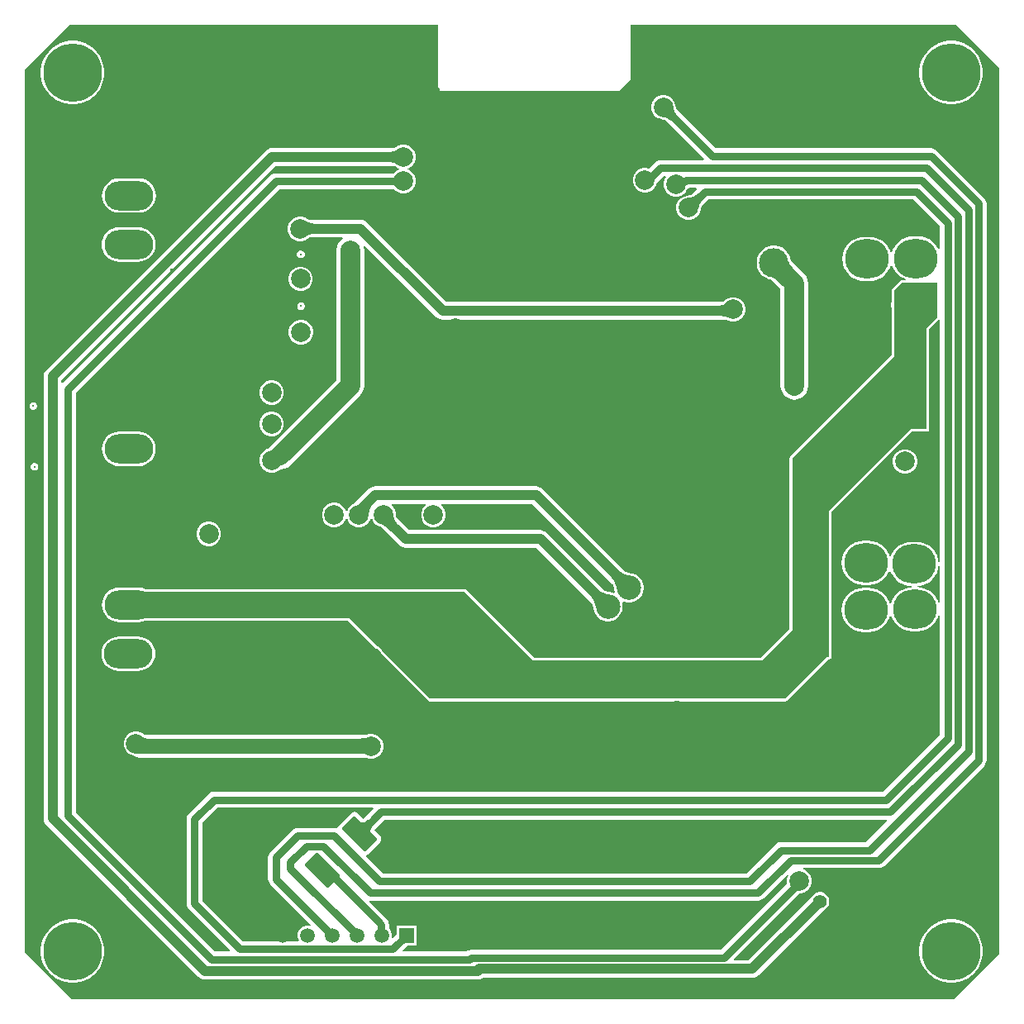
<source format=gbl>
G04*
G04 #@! TF.GenerationSoftware,Altium Limited,Altium Designer,22.9.1 (49)*
G04*
G04 Layer_Physical_Order=2*
G04 Layer_Color=16711680*
%FSLAX25Y25*%
%MOIN*%
G70*
G04*
G04 #@! TF.SameCoordinates,F91FD0B8-2741-413C-87D7-DF85A8DA950D*
G04*
G04*
G04 #@! TF.FilePolarity,Positive*
G04*
G01*
G75*
%ADD92C,0.03150*%
%ADD96C,0.03937*%
%ADD98C,0.05906*%
%ADD100C,0.07874*%
%ADD102C,0.07874*%
%ADD103R,0.05906X0.05906*%
%ADD104C,0.05906*%
%ADD105C,0.01575*%
%ADD106O,0.19685X0.11811*%
%ADD107O,0.17717X0.15748*%
%ADD108C,0.01181*%
%ADD109C,0.05512*%
%ADD110C,0.23622*%
%ADD111C,0.03937*%
%ADD112C,0.11811*%
%ADD113C,0.09843*%
G04:AMPARAMS|DCode=114|XSize=74.8mil|YSize=132.68mil|CornerRadius=2.62mil|HoleSize=0mil|Usage=FLASHONLY|Rotation=45.000|XOffset=0mil|YOffset=0mil|HoleType=Round|Shape=RoundedRectangle|*
%AMROUNDEDRECTD114*
21,1,0.07480,0.12744,0,0,45.0*
21,1,0.06957,0.13268,0,0,45.0*
1,1,0.00524,0.06965,-0.02046*
1,1,0.00524,0.02046,-0.06965*
1,1,0.00524,-0.06965,0.02046*
1,1,0.00524,-0.02046,0.06965*
%
%ADD114ROUNDEDRECTD114*%
G36*
X18768Y393394D02*
X167173D01*
Y367929D01*
X167654Y367448D01*
X167725Y367090D01*
X167946Y366759D01*
X168277Y366538D01*
X168667Y366461D01*
X239533D01*
X239924Y366538D01*
X239931Y366543D01*
X240563D01*
Y367083D01*
X244598Y371118D01*
Y393394D01*
X375969D01*
X393488Y375874D01*
X393339Y375724D01*
Y18488D01*
X374969Y118D01*
X374874Y213D01*
X19126D01*
Y354D01*
X236Y19244D01*
X520Y19528D01*
Y375366D01*
X524Y375394D01*
X18646Y393516D01*
X18768Y393394D01*
D02*
G37*
%LPC*%
G36*
X375024Y386827D02*
X373007D01*
X371016Y386511D01*
X369098Y385888D01*
X367301Y384973D01*
X365670Y383787D01*
X364244Y382362D01*
X363059Y380730D01*
X362143Y378934D01*
X361520Y377016D01*
X361205Y375024D01*
Y373007D01*
X361520Y371016D01*
X362143Y369098D01*
X363059Y367301D01*
X364244Y365670D01*
X365670Y364244D01*
X367301Y363059D01*
X369098Y362143D01*
X371016Y361520D01*
X373007Y361205D01*
X375024D01*
X377016Y361520D01*
X378934Y362143D01*
X380730Y363059D01*
X382362Y364244D01*
X383787Y365670D01*
X384973Y367301D01*
X385888Y369098D01*
X386511Y371016D01*
X386827Y373007D01*
Y375024D01*
X386511Y377016D01*
X385888Y378934D01*
X384973Y380730D01*
X383787Y382362D01*
X382362Y383787D01*
X380730Y384973D01*
X378934Y385888D01*
X377016Y386511D01*
X375024Y386827D01*
D02*
G37*
G36*
X20693D02*
X18677D01*
X16685Y386511D01*
X14767Y385888D01*
X12971Y384973D01*
X11339Y383787D01*
X9913Y382362D01*
X8728Y380730D01*
X7813Y378934D01*
X7190Y377016D01*
X6874Y375024D01*
Y373007D01*
X7190Y371016D01*
X7813Y369098D01*
X8728Y367301D01*
X9913Y365670D01*
X11339Y364244D01*
X12971Y363059D01*
X14767Y362143D01*
X16685Y361520D01*
X18677Y361205D01*
X20693D01*
X22685Y361520D01*
X24603Y362143D01*
X26399Y363059D01*
X28031Y364244D01*
X29457Y365670D01*
X30642Y367301D01*
X31558Y369098D01*
X32181Y371016D01*
X32496Y373007D01*
Y375024D01*
X32181Y377016D01*
X31558Y378934D01*
X30642Y380730D01*
X29457Y382362D01*
X28031Y383787D01*
X26399Y384973D01*
X24603Y385888D01*
X22685Y386511D01*
X20693Y386827D01*
D02*
G37*
G36*
X258583Y365000D02*
X257283D01*
X256028Y364664D01*
X254902Y364014D01*
X253982Y363094D01*
X253332Y361969D01*
X252996Y360713D01*
Y359413D01*
X253332Y358157D01*
X253982Y357032D01*
X254902Y356112D01*
X256028Y355462D01*
X257283Y355126D01*
X257411D01*
X257695Y355078D01*
X258125Y354981D01*
X258535Y354862D01*
X258701Y354802D01*
X274333Y339170D01*
X274142Y338708D01*
X256807D01*
X255985Y338600D01*
X255219Y338283D01*
X254561Y337778D01*
X252089Y335306D01*
X251217Y335539D01*
X249917D01*
X248661Y335203D01*
X247535Y334553D01*
X246616Y333634D01*
X245966Y332508D01*
X245630Y331252D01*
Y329952D01*
X245966Y328697D01*
X246616Y327571D01*
X247535Y326652D01*
X248661Y326002D01*
X249917Y325665D01*
X251217D01*
X252472Y326002D01*
X253598Y326652D01*
X254518Y327571D01*
X255168Y328697D01*
X255437Y329701D01*
X256304Y330568D01*
X256444Y330676D01*
X258123Y332355D01*
X258710D01*
X258960Y331855D01*
X258423Y330925D01*
X258087Y329670D01*
Y328370D01*
X258423Y327114D01*
X259073Y325988D01*
X259992Y325069D01*
X261118Y324419D01*
X262374Y324083D01*
X263674D01*
X264929Y324419D01*
X266055Y325069D01*
X266974Y325988D01*
X267546Y326978D01*
X268015Y327172D01*
X268509Y327552D01*
X271079D01*
X271270Y327090D01*
X268914Y324733D01*
X268747Y324673D01*
X268338Y324555D01*
X267907Y324457D01*
X267624Y324410D01*
X267496D01*
X266240Y324073D01*
X265114Y323423D01*
X264195Y322504D01*
X263545Y321378D01*
X263209Y320122D01*
Y318823D01*
X263545Y317567D01*
X264195Y316441D01*
X265114Y315522D01*
X266240Y314872D01*
X267496Y314535D01*
X268796D01*
X270051Y314872D01*
X271177Y315522D01*
X272096Y316441D01*
X272746Y317567D01*
X273083Y318823D01*
Y318951D01*
X273130Y319234D01*
X273228Y319664D01*
X273347Y320074D01*
X273407Y320241D01*
X276040Y322874D01*
X358688D01*
X369457Y312105D01*
Y302980D01*
X369258Y302801D01*
X368766Y302886D01*
X368174Y303993D01*
X367065Y305345D01*
X365714Y306453D01*
X364172Y307278D01*
X362499Y307785D01*
X360760Y307956D01*
X358791D01*
X357052Y307785D01*
X355379Y307278D01*
X353837Y306453D01*
X352486Y305345D01*
X351377Y303993D01*
X350553Y302452D01*
X350165Y301170D01*
X349642D01*
X349313Y302255D01*
X348489Y303797D01*
X347380Y305148D01*
X346029Y306257D01*
X344487Y307081D01*
X342814Y307588D01*
X341075Y307759D01*
X339106D01*
X337367Y307588D01*
X335694Y307081D01*
X334152Y306257D01*
X332801Y305148D01*
X331692Y303797D01*
X330868Y302255D01*
X330361Y300582D01*
X330189Y298843D01*
X330361Y297103D01*
X330868Y295430D01*
X331692Y293888D01*
X332801Y292537D01*
X334152Y291428D01*
X335694Y290604D01*
X337367Y290097D01*
X339106Y289926D01*
X341075D01*
X342814Y290097D01*
X344487Y290604D01*
X346029Y291428D01*
X347380Y292537D01*
X348489Y293888D01*
X349313Y295430D01*
X349702Y296711D01*
X350224D01*
X350553Y295627D01*
X351377Y294085D01*
X352486Y292734D01*
X353837Y291625D01*
X355379Y290801D01*
X355710Y290701D01*
X355636Y290201D01*
X354146D01*
X353755Y290123D01*
X353425Y289902D01*
X350425Y286902D01*
X350204Y286571D01*
X350126Y286181D01*
Y282146D01*
X350046Y281881D01*
X349874Y280142D01*
X350046Y278402D01*
X350126Y278137D01*
Y260155D01*
X334745Y244773D01*
X334644Y244622D01*
X334564Y244511D01*
X334318Y244347D01*
X309185Y219213D01*
X308963Y218882D01*
X308886Y218492D01*
Y149623D01*
X307263Y148001D01*
X297148Y137886D01*
X205966D01*
X178615Y165237D01*
X178284Y165458D01*
X177894Y165535D01*
X49369D01*
X48939Y165765D01*
X47637Y166160D01*
X46284Y166293D01*
X38409D01*
X37056Y166160D01*
X35754Y165765D01*
X34554Y165124D01*
X33503Y164261D01*
X32640Y163209D01*
X31999Y162010D01*
X31604Y160708D01*
X31471Y159354D01*
X31604Y158001D01*
X31999Y156699D01*
X32640Y155499D01*
X33503Y154448D01*
X34554Y153585D01*
X35754Y152944D01*
X37056Y152549D01*
X38409Y152415D01*
X46284D01*
X47637Y152549D01*
X48939Y152944D01*
X49177Y153071D01*
X130779D01*
X142096Y141753D01*
X142207Y141679D01*
X142307Y141591D01*
X142968Y141209D01*
X143698Y140480D01*
X144079Y139819D01*
X144167Y139719D01*
X144241Y139608D01*
X163118Y120732D01*
X163448Y120511D01*
X163839Y120433D01*
X262229D01*
X262360Y120459D01*
X262493Y120468D01*
X262878Y120571D01*
X263909D01*
X264294Y120468D01*
X264427Y120459D01*
X264558Y120433D01*
X307051D01*
X307441Y120511D01*
X307772Y120732D01*
X324458Y137417D01*
X324709D01*
X325099Y137495D01*
X325430Y137716D01*
X325651Y138047D01*
X325728Y138437D01*
Y196885D01*
X358162Y229319D01*
X364201D01*
X364591Y229397D01*
X364922Y229618D01*
X365143Y229948D01*
X365220Y230339D01*
Y241595D01*
X365184Y241775D01*
X365220Y241926D01*
X365217Y241943D01*
X365220Y241961D01*
Y270660D01*
X368957Y274397D01*
X369457Y274208D01*
Y159967D01*
X368957Y159893D01*
X368636Y160952D01*
X367812Y162493D01*
X366703Y163845D01*
X365352Y164953D01*
X363810Y165778D01*
X362137Y166285D01*
X360398Y166456D01*
X360301D01*
X360276Y166956D01*
X361744Y167101D01*
X363416Y167608D01*
X364958Y168432D01*
X366309Y169541D01*
X367418Y170893D01*
X368242Y172434D01*
X368750Y174107D01*
X368921Y175847D01*
X368750Y177586D01*
X368242Y179259D01*
X367418Y180800D01*
X366309Y182152D01*
X364958Y183261D01*
X363416Y184085D01*
X361744Y184592D01*
X360004Y184763D01*
X358035D01*
X356296Y184592D01*
X354623Y184085D01*
X353081Y183261D01*
X351730Y182152D01*
X350621Y180800D01*
X349797Y179259D01*
X349684Y178885D01*
X349184D01*
X348951Y179653D01*
X348127Y181194D01*
X347018Y182545D01*
X345667Y183654D01*
X344125Y184478D01*
X342452Y184986D01*
X340713Y185157D01*
X338744D01*
X337004Y184986D01*
X335332Y184478D01*
X333790Y183654D01*
X332439Y182545D01*
X331330Y181194D01*
X330506Y179653D01*
X329998Y177980D01*
X329827Y176240D01*
X329998Y174501D01*
X330506Y172828D01*
X331330Y171286D01*
X332439Y169935D01*
X333790Y168826D01*
X335332Y168002D01*
X337004Y167495D01*
X338744Y167323D01*
X340713D01*
X342452Y167495D01*
X344125Y168002D01*
X345667Y168826D01*
X347018Y169935D01*
X348127Y171286D01*
X348951Y172828D01*
X349064Y173202D01*
X349564D01*
X349797Y172434D01*
X350621Y170893D01*
X351730Y169541D01*
X353081Y168432D01*
X354623Y167608D01*
X356296Y167101D01*
X358035Y166929D01*
X358132D01*
X358157Y166429D01*
X356690Y166285D01*
X355017Y165778D01*
X353475Y164953D01*
X352124Y163845D01*
X351015Y162493D01*
X350191Y160952D01*
X349802Y159670D01*
X349280D01*
X348951Y160755D01*
X348127Y162296D01*
X347018Y163648D01*
X345667Y164757D01*
X344125Y165581D01*
X342452Y166088D01*
X340713Y166260D01*
X338744D01*
X337004Y166088D01*
X335332Y165581D01*
X333790Y164757D01*
X332439Y163648D01*
X331330Y162296D01*
X330506Y160755D01*
X329998Y159082D01*
X329827Y157343D01*
X329998Y155603D01*
X330506Y153930D01*
X331330Y152389D01*
X332439Y151037D01*
X333790Y149928D01*
X335332Y149104D01*
X337004Y148597D01*
X338744Y148426D01*
X340713D01*
X342452Y148597D01*
X344125Y149104D01*
X345667Y149928D01*
X347018Y151037D01*
X348127Y152389D01*
X348951Y153930D01*
X349340Y155211D01*
X349862D01*
X350191Y154127D01*
X351015Y152585D01*
X352124Y151234D01*
X353475Y150125D01*
X355017Y149301D01*
X356690Y148794D01*
X358429Y148622D01*
X360398D01*
X362137Y148794D01*
X363810Y149301D01*
X365352Y150125D01*
X366703Y151234D01*
X367812Y152585D01*
X368636Y154127D01*
X368957Y155186D01*
X369457Y155112D01*
Y106871D01*
X346495Y83909D01*
X76709D01*
X75886Y83801D01*
X75120Y83483D01*
X74462Y82979D01*
X66612Y75128D01*
X66107Y74470D01*
X65790Y73704D01*
X65681Y72882D01*
Y38789D01*
X65790Y37967D01*
X66107Y37201D01*
X66612Y36543D01*
X83197Y19958D01*
X83006Y19496D01*
X77001D01*
X20976Y75521D01*
Y245078D01*
X102946Y327048D01*
X149344D01*
X150118Y326274D01*
X151244Y325624D01*
X152500Y325287D01*
X153800D01*
X155055Y325624D01*
X156181Y326274D01*
X157100Y327193D01*
X157750Y328319D01*
X158087Y329574D01*
Y330874D01*
X157750Y332130D01*
X157100Y333256D01*
X156181Y334175D01*
X155055Y334825D01*
X154865Y334876D01*
Y335376D01*
X154996Y335411D01*
X156122Y336061D01*
X157041Y336980D01*
X157691Y338106D01*
X158028Y339362D01*
Y340662D01*
X157691Y341917D01*
X157041Y343043D01*
X156122Y343962D01*
X154996Y344612D01*
X153741Y344949D01*
X152441D01*
X151185Y344612D01*
X150059Y343962D01*
X149979Y343883D01*
X149852Y343794D01*
X149576Y343634D01*
X149476Y343586D01*
X100186D01*
X99261Y343464D01*
X98399Y343107D01*
X97659Y342539D01*
X9127Y254007D01*
X8559Y253267D01*
X8202Y252405D01*
X8080Y251480D01*
Y73209D01*
X8202Y72284D01*
X8559Y71422D01*
X9127Y70682D01*
X70561Y9249D01*
X71301Y8681D01*
X72163Y8324D01*
X73088Y8202D01*
X183067D01*
X183992Y8324D01*
X184854Y8681D01*
X185169Y8922D01*
X293768D01*
X294693Y9044D01*
X295555Y9401D01*
X296295Y9969D01*
X322601Y36275D01*
X323432Y36755D01*
X324131Y37454D01*
X324626Y38311D01*
X324882Y39266D01*
Y40255D01*
X324626Y41210D01*
X324131Y42067D01*
X323432Y42766D01*
X322576Y43260D01*
X321620Y43516D01*
X320632D01*
X319676Y43260D01*
X318820Y42766D01*
X318121Y42067D01*
X317897Y41680D01*
X292287Y16070D01*
X286531D01*
X286339Y16532D01*
X312819Y43012D01*
X313386D01*
X314642Y43348D01*
X315768Y43998D01*
X316687Y44917D01*
X317337Y46043D01*
X317673Y47299D01*
Y48599D01*
X317337Y49854D01*
X316687Y50980D01*
X315768Y51899D01*
X314642Y52549D01*
X314399Y52615D01*
X314464Y53115D01*
X344721D01*
X345543Y53223D01*
X346309Y53540D01*
X346967Y54045D01*
X387329Y94407D01*
X387834Y95065D01*
X388151Y95831D01*
X388260Y96654D01*
Y321172D01*
X388151Y321994D01*
X387834Y322761D01*
X387329Y323419D01*
X368167Y342581D01*
X367509Y343086D01*
X366743Y343403D01*
X365920Y343511D01*
X278977D01*
X263194Y359295D01*
X263134Y359462D01*
X263015Y359871D01*
X262918Y360301D01*
X262870Y360585D01*
Y360713D01*
X262534Y361969D01*
X261884Y363094D01*
X260964Y364014D01*
X259839Y364664D01*
X258583Y365000D01*
D02*
G37*
G36*
X46354Y331344D02*
X38480D01*
X37127Y331211D01*
X35825Y330816D01*
X34625Y330175D01*
X33574Y329312D01*
X32711Y328261D01*
X32070Y327061D01*
X31675Y325759D01*
X31541Y324406D01*
X31675Y323052D01*
X32070Y321750D01*
X32711Y320550D01*
X33574Y319499D01*
X34625Y318636D01*
X35825Y317995D01*
X37127Y317600D01*
X38480Y317467D01*
X46354D01*
X47708Y317600D01*
X49010Y317995D01*
X50209Y318636D01*
X51261Y319499D01*
X52124Y320550D01*
X52765Y321750D01*
X53160Y323052D01*
X53293Y324406D01*
X53160Y325759D01*
X52765Y327061D01*
X52124Y328261D01*
X51261Y329312D01*
X50209Y330175D01*
X49010Y330816D01*
X47708Y331211D01*
X46354Y331344D01*
D02*
G37*
G36*
X111982Y302307D02*
X111349D01*
X110764Y302065D01*
X110317Y301618D01*
X110075Y301033D01*
Y300400D01*
X110317Y299816D01*
X110764Y299368D01*
X111349Y299126D01*
X111982D01*
X112566Y299368D01*
X113014Y299816D01*
X113256Y300400D01*
Y301033D01*
X113014Y301618D01*
X112566Y302065D01*
X111982Y302307D01*
D02*
G37*
G36*
X46197Y311620D02*
X38323D01*
X36969Y311487D01*
X35667Y311092D01*
X34468Y310451D01*
X33416Y309588D01*
X32553Y308536D01*
X31912Y307336D01*
X31517Y306035D01*
X31384Y304681D01*
X31517Y303327D01*
X31912Y302026D01*
X32553Y300826D01*
X33416Y299775D01*
X34468Y298912D01*
X35667Y298270D01*
X36969Y297875D01*
X38323Y297742D01*
X46197D01*
X47551Y297875D01*
X48852Y298270D01*
X50052Y298912D01*
X51103Y299775D01*
X51966Y300826D01*
X52608Y302026D01*
X53002Y303327D01*
X53136Y304681D01*
X53002Y306035D01*
X52608Y307336D01*
X51966Y308536D01*
X51103Y309588D01*
X50052Y310451D01*
X48852Y311092D01*
X47551Y311487D01*
X46197Y311620D01*
D02*
G37*
G36*
X112256Y295724D02*
X110956D01*
X109701Y295388D01*
X108575Y294738D01*
X107656Y293819D01*
X107006Y292693D01*
X106669Y291437D01*
Y290137D01*
X107006Y288882D01*
X107656Y287756D01*
X108575Y286837D01*
X109701Y286187D01*
X110956Y285850D01*
X112256D01*
X113512Y286187D01*
X114638Y286837D01*
X115557Y287756D01*
X116207Y288882D01*
X116543Y290137D01*
Y291437D01*
X116207Y292693D01*
X115557Y293819D01*
X114638Y294738D01*
X113512Y295388D01*
X112256Y295724D01*
D02*
G37*
G36*
X112151Y281386D02*
X111518D01*
X110934Y281144D01*
X110486Y280696D01*
X110244Y280112D01*
Y279479D01*
X110486Y278894D01*
X110934Y278447D01*
X111518Y278205D01*
X112151D01*
X112736Y278447D01*
X113183Y278894D01*
X113425Y279479D01*
Y280112D01*
X113183Y280696D01*
X112736Y281144D01*
X112151Y281386D01*
D02*
G37*
G36*
X112139Y315980D02*
X110839D01*
X109584Y315644D01*
X108458Y314994D01*
X107539Y314074D01*
X106889Y312948D01*
X106552Y311693D01*
Y310393D01*
X106889Y309137D01*
X107539Y308012D01*
X108458Y307092D01*
X109584Y306442D01*
X110839Y306106D01*
X112139D01*
X113395Y306442D01*
X114521Y307092D01*
X114607Y307179D01*
X114749Y307278D01*
X115027Y307441D01*
X115149Y307501D01*
X128403D01*
X128572Y307001D01*
X127758Y306376D01*
X126874Y305225D01*
X126319Y303884D01*
X126130Y302445D01*
Y250063D01*
X99573Y223506D01*
X98715Y222388D01*
X98039Y222207D01*
X96913Y221557D01*
X95994Y220638D01*
X95344Y219512D01*
X95008Y218256D01*
Y216956D01*
X95344Y215701D01*
X95994Y214575D01*
X96913Y213656D01*
X98039Y213006D01*
X99295Y212669D01*
X100595D01*
X101850Y213006D01*
X102976Y213656D01*
X103356Y214035D01*
X103504Y214015D01*
X104943Y214205D01*
X106284Y214760D01*
X107435Y215644D01*
X135620Y243829D01*
X136504Y244980D01*
X137059Y246321D01*
X137248Y247760D01*
Y302445D01*
X137059Y303884D01*
X136958Y304127D01*
X137382Y304410D01*
X166402Y275390D01*
X167142Y274822D01*
X168004Y274465D01*
X168929Y274343D01*
X283426D01*
X283530Y274285D01*
X283607Y274260D01*
X284224Y273903D01*
X285480Y273567D01*
X286780D01*
X288035Y273903D01*
X289161Y274553D01*
X290080Y275473D01*
X290731Y276598D01*
X291067Y277854D01*
Y279154D01*
X290731Y280410D01*
X290080Y281535D01*
X289161Y282454D01*
X288035Y283104D01*
X286780Y283441D01*
X285480D01*
X284224Y283104D01*
X283099Y282454D01*
X282885Y282241D01*
X282857Y282225D01*
X282530Y281954D01*
X282221Y281733D01*
X281902Y281540D01*
X281805Y281491D01*
X170410D01*
X138299Y313602D01*
X137559Y314170D01*
X136697Y314527D01*
X135772Y314649D01*
X115059D01*
X114980Y314686D01*
X114707Y314843D01*
X114594Y314920D01*
X114521Y314994D01*
X113395Y315644D01*
X112139Y315980D01*
D02*
G37*
G36*
X112485Y274315D02*
X111185D01*
X109929Y273978D01*
X108803Y273328D01*
X107884Y272409D01*
X107234Y271284D01*
X106898Y270028D01*
Y268728D01*
X107234Y267472D01*
X107884Y266347D01*
X108803Y265427D01*
X109929Y264777D01*
X111185Y264441D01*
X112485D01*
X113740Y264777D01*
X114866Y265427D01*
X115785Y266347D01*
X116435Y267472D01*
X116772Y268728D01*
Y270028D01*
X116435Y271284D01*
X115785Y272409D01*
X114866Y273328D01*
X113740Y273978D01*
X112485Y274315D01*
D02*
G37*
G36*
X303208Y304240D02*
X301847D01*
X300513Y303975D01*
X299257Y303454D01*
X298126Y302698D01*
X297164Y301737D01*
X296408Y300606D01*
X295887Y299349D01*
X295622Y298015D01*
Y296655D01*
X295887Y295320D01*
X296408Y294064D01*
X297164Y292933D01*
X298126Y291971D01*
X299257Y291215D01*
X300513Y290694D01*
X301283Y290541D01*
X305232Y286592D01*
Y247598D01*
X305421Y246160D01*
X305977Y244819D01*
X306860Y243667D01*
X308012Y242784D01*
X309352Y242229D01*
X310791Y242039D01*
X312230Y242229D01*
X313571Y242784D01*
X314722Y243667D01*
X315606Y244819D01*
X316161Y246160D01*
X316351Y247598D01*
Y288895D01*
X316161Y290334D01*
X315606Y291675D01*
X314722Y292826D01*
X309420Y298128D01*
X309380Y298309D01*
X309370Y298333D01*
X309168Y299349D01*
X308647Y300606D01*
X307891Y301737D01*
X306930Y302698D01*
X305799Y303454D01*
X304542Y303975D01*
X303208Y304240D01*
D02*
G37*
G36*
X100595Y249874D02*
X99295D01*
X98039Y249538D01*
X96913Y248888D01*
X95994Y247968D01*
X95344Y246843D01*
X95008Y245587D01*
Y244287D01*
X95344Y243031D01*
X95994Y241906D01*
X96913Y240986D01*
X98039Y240336D01*
X99295Y240000D01*
X100595D01*
X101850Y240336D01*
X102976Y240986D01*
X103895Y241906D01*
X104545Y243031D01*
X104882Y244287D01*
Y245587D01*
X104545Y246843D01*
X103895Y247968D01*
X102976Y248888D01*
X101850Y249538D01*
X100595Y249874D01*
D02*
G37*
G36*
X4143Y241063D02*
X3510D01*
X2926Y240821D01*
X2478Y240373D01*
X2236Y239789D01*
Y239156D01*
X2478Y238572D01*
X2926Y238124D01*
X3510Y237882D01*
X4143D01*
X4728Y238124D01*
X5175Y238572D01*
X5417Y239156D01*
Y239789D01*
X5175Y240373D01*
X4728Y240821D01*
X4143Y241063D01*
D02*
G37*
G36*
X100571Y237209D02*
X99271D01*
X98016Y236872D01*
X96890Y236222D01*
X95971Y235303D01*
X95321Y234177D01*
X94984Y232922D01*
Y231622D01*
X95321Y230366D01*
X95971Y229240D01*
X96890Y228321D01*
X98016Y227671D01*
X99271Y227335D01*
X100571D01*
X101827Y227671D01*
X102953Y228321D01*
X103872Y229240D01*
X104522Y230366D01*
X104858Y231622D01*
Y232922D01*
X104522Y234177D01*
X103872Y235303D01*
X102953Y236222D01*
X101827Y236872D01*
X100571Y237209D01*
D02*
G37*
G36*
X46276Y229167D02*
X38402D01*
X37048Y229034D01*
X35746Y228639D01*
X34547Y227998D01*
X33495Y227135D01*
X32632Y226083D01*
X31991Y224884D01*
X31596Y223582D01*
X31463Y222228D01*
X31596Y220875D01*
X31991Y219573D01*
X32632Y218373D01*
X33495Y217322D01*
X34547Y216459D01*
X35746Y215818D01*
X37048Y215423D01*
X38402Y215289D01*
X46276D01*
X47629Y215423D01*
X48931Y215818D01*
X50131Y216459D01*
X51182Y217322D01*
X52045Y218373D01*
X52686Y219573D01*
X53081Y220875D01*
X53215Y222228D01*
X53081Y223582D01*
X52686Y224884D01*
X52045Y226083D01*
X51182Y227135D01*
X50131Y227998D01*
X48931Y228639D01*
X47629Y229034D01*
X46276Y229167D01*
D02*
G37*
G36*
X4620Y216642D02*
X3987D01*
X3402Y216400D01*
X2955Y215952D01*
X2713Y215368D01*
Y214735D01*
X2955Y214150D01*
X3402Y213703D01*
X3987Y213461D01*
X4620D01*
X5204Y213703D01*
X5652Y214150D01*
X5894Y214735D01*
Y215368D01*
X5652Y215952D01*
X5204Y216400D01*
X4620Y216642D01*
D02*
G37*
G36*
X356032Y222079D02*
X354732D01*
X353476Y221742D01*
X352350Y221092D01*
X351431Y220173D01*
X350781Y219047D01*
X350445Y217792D01*
Y216492D01*
X350781Y215236D01*
X351431Y214110D01*
X352350Y213191D01*
X353476Y212541D01*
X354732Y212205D01*
X356032D01*
X357288Y212541D01*
X358413Y213191D01*
X359332Y214110D01*
X359982Y215236D01*
X360319Y216492D01*
Y217792D01*
X359982Y219047D01*
X359332Y220173D01*
X358413Y221092D01*
X357288Y221742D01*
X356032Y222079D01*
D02*
G37*
G36*
X141713Y207184D02*
X140788Y207062D01*
X139926Y206705D01*
X139186Y206137D01*
X139186Y206137D01*
X133288Y200240D01*
X133268Y200234D01*
X132142Y199584D01*
X131223Y198665D01*
X130573Y197539D01*
X130432Y197015D01*
X129914D01*
X129774Y197539D01*
X129124Y198665D01*
X128205Y199584D01*
X127079Y200234D01*
X125823Y200571D01*
X124523D01*
X123268Y200234D01*
X122142Y199584D01*
X121223Y198665D01*
X120573Y197539D01*
X120236Y196284D01*
Y194984D01*
X120573Y193728D01*
X121223Y192603D01*
X122142Y191683D01*
X123268Y191033D01*
X124523Y190697D01*
X125823D01*
X127079Y191033D01*
X128205Y191683D01*
X129124Y192603D01*
X129774Y193728D01*
X129914Y194253D01*
X130432D01*
X130573Y193728D01*
X131223Y192603D01*
X132142Y191683D01*
X133268Y191033D01*
X134523Y190697D01*
X135823D01*
X137079Y191033D01*
X138205Y191683D01*
X139124Y192603D01*
X139774Y193728D01*
X139914Y194253D01*
X140432D01*
X140573Y193728D01*
X141223Y192603D01*
X142142Y191683D01*
X143268Y191033D01*
X143911Y190861D01*
X143983Y190823D01*
X144024Y190811D01*
X151378Y183457D01*
X152119Y182889D01*
X152980Y182532D01*
X153905Y182410D01*
X206821D01*
X229156Y160075D01*
X229196Y159983D01*
X229376Y159481D01*
X229529Y158955D01*
X229654Y158402D01*
X229756Y157797D01*
X229780Y157733D01*
X229941Y156924D01*
X230388Y155846D01*
X231036Y154876D01*
X231860Y154052D01*
X232830Y153404D01*
X233908Y152957D01*
X235052Y152730D01*
X236218D01*
X237362Y152957D01*
X238440Y153404D01*
X239410Y154052D01*
X240234Y154876D01*
X240882Y155846D01*
X241329Y156924D01*
X241556Y158068D01*
Y159234D01*
X241329Y160378D01*
X241327Y160382D01*
X241710Y160764D01*
X242312Y160515D01*
X243456Y160287D01*
X244623D01*
X245766Y160515D01*
X246844Y160961D01*
X247814Y161609D01*
X248639Y162434D01*
X249287Y163404D01*
X249733Y164481D01*
X249961Y165626D01*
Y166792D01*
X249733Y167936D01*
X249287Y169013D01*
X248639Y169983D01*
X247814Y170808D01*
X246844Y171456D01*
X245766Y171902D01*
X244957Y172063D01*
X244894Y172088D01*
X244288Y172189D01*
X243736Y172315D01*
X243209Y172467D01*
X242707Y172647D01*
X242615Y172687D01*
X209165Y206137D01*
X208425Y206705D01*
X207563Y207062D01*
X206638Y207184D01*
X141713D01*
X141713Y207184D01*
D02*
G37*
G36*
X75244Y192842D02*
X73944D01*
X72689Y192506D01*
X71563Y191856D01*
X70644Y190937D01*
X69994Y189811D01*
X69657Y188556D01*
Y187256D01*
X69994Y186000D01*
X70644Y184874D01*
X71563Y183955D01*
X72689Y183305D01*
X73944Y182968D01*
X75244D01*
X76500Y183305D01*
X77626Y183955D01*
X78545Y184874D01*
X79195Y186000D01*
X79532Y187256D01*
Y188556D01*
X79195Y189811D01*
X78545Y190937D01*
X77626Y191856D01*
X76500Y192506D01*
X75244Y192842D01*
D02*
G37*
G36*
X46126Y146569D02*
X38252D01*
X36898Y146435D01*
X35597Y146041D01*
X34397Y145399D01*
X33345Y144536D01*
X32482Y143485D01*
X31841Y142285D01*
X31446Y140984D01*
X31313Y139630D01*
X31446Y138276D01*
X31841Y136975D01*
X32482Y135775D01*
X33345Y134723D01*
X34397Y133860D01*
X35597Y133219D01*
X36898Y132824D01*
X38252Y132691D01*
X46126D01*
X47480Y132824D01*
X48781Y133219D01*
X49981Y133860D01*
X51033Y134723D01*
X51895Y135775D01*
X52537Y136975D01*
X52932Y138276D01*
X53065Y139630D01*
X52932Y140984D01*
X52537Y142285D01*
X51895Y143485D01*
X51033Y144536D01*
X49981Y145399D01*
X48781Y146041D01*
X47480Y146435D01*
X46126Y146569D01*
D02*
G37*
G36*
X45855Y108327D02*
X44555D01*
X43299Y107990D01*
X42173Y107340D01*
X41254Y106421D01*
X40604Y105295D01*
X40268Y104040D01*
Y102740D01*
X40604Y101484D01*
X41254Y100358D01*
X42173Y99439D01*
X43299Y98789D01*
X44344Y98509D01*
X44497Y98392D01*
X45599Y97935D01*
X46781Y97780D01*
X138012D01*
X138071Y97746D01*
X139326Y97409D01*
X140626D01*
X141882Y97746D01*
X143008Y98396D01*
X143927Y99315D01*
X144577Y100441D01*
X144913Y101697D01*
Y102996D01*
X144577Y104252D01*
X143927Y105378D01*
X143008Y106297D01*
X141882Y106947D01*
X140626Y107283D01*
X139326D01*
X138071Y106947D01*
X138012Y106913D01*
X48688D01*
X48677Y106922D01*
X48624Y106952D01*
X48236Y107340D01*
X47110Y107990D01*
X45855Y108327D01*
D02*
G37*
G36*
X375024Y32496D02*
X373007D01*
X371016Y32181D01*
X369098Y31558D01*
X367301Y30642D01*
X365670Y29457D01*
X364244Y28031D01*
X363059Y26399D01*
X362143Y24603D01*
X361520Y22685D01*
X361205Y20693D01*
Y18677D01*
X361520Y16685D01*
X362143Y14767D01*
X363059Y12971D01*
X364244Y11339D01*
X365670Y9913D01*
X367301Y8728D01*
X369098Y7813D01*
X371016Y7190D01*
X373007Y6874D01*
X375024D01*
X377016Y7190D01*
X378934Y7813D01*
X380730Y8728D01*
X382362Y9913D01*
X383787Y11339D01*
X384973Y12971D01*
X385888Y14767D01*
X386511Y16685D01*
X386827Y18677D01*
Y20693D01*
X386511Y22685D01*
X385888Y24603D01*
X384973Y26399D01*
X383787Y28031D01*
X382362Y29457D01*
X380730Y30642D01*
X378934Y31558D01*
X377016Y32181D01*
X375024Y32496D01*
D02*
G37*
G36*
X20693D02*
X18677D01*
X16685Y32181D01*
X14767Y31558D01*
X12971Y30642D01*
X11339Y29457D01*
X9913Y28031D01*
X8728Y26399D01*
X7813Y24603D01*
X7190Y22685D01*
X6874Y20693D01*
Y18677D01*
X7190Y16685D01*
X7813Y14767D01*
X8728Y12971D01*
X9913Y11339D01*
X11339Y9913D01*
X12971Y8728D01*
X14767Y7813D01*
X16685Y7190D01*
X18677Y6874D01*
X20693D01*
X22685Y7190D01*
X24603Y7813D01*
X26399Y8728D01*
X28031Y9913D01*
X29457Y11339D01*
X30642Y12971D01*
X31558Y14767D01*
X32181Y16685D01*
X32496Y18677D01*
Y20693D01*
X32181Y22685D01*
X31558Y24603D01*
X30642Y26399D01*
X29457Y28031D01*
X28031Y29457D01*
X26399Y30642D01*
X24603Y31558D01*
X22685Y32181D01*
X20693Y32496D01*
D02*
G37*
%LPD*%
G36*
X261917Y360104D02*
X262028Y359616D01*
X262164Y359147D01*
X262325Y358697D01*
X262512Y358266D01*
X262724Y357855D01*
X262961Y357462D01*
X263224Y357088D01*
X263512Y356734D01*
X263825Y356398D01*
X261598Y354171D01*
X261262Y354484D01*
X260908Y354772D01*
X260534Y355035D01*
X260141Y355272D01*
X259730Y355484D01*
X259299Y355671D01*
X258849Y355832D01*
X258380Y355968D01*
X257892Y356079D01*
X257385Y356164D01*
X261832Y360611D01*
X261917Y360104D01*
D02*
G37*
G36*
X150721Y336867D02*
X150399Y337091D01*
X150054Y337291D01*
X149689Y337467D01*
X149302Y337620D01*
X148894Y337749D01*
X148464Y337855D01*
X148013Y337937D01*
X147540Y337996D01*
X147047Y338032D01*
X146531Y338043D01*
Y341980D01*
X147047Y341992D01*
X148013Y342086D01*
X148464Y342168D01*
X148894Y342274D01*
X149302Y342404D01*
X149689Y342557D01*
X150054Y342733D01*
X150399Y342933D01*
X150721Y343156D01*
Y336867D01*
D02*
G37*
G36*
X274038Y323137D02*
X273724Y322802D01*
X273436Y322447D01*
X273174Y322074D01*
X272936Y321681D01*
X272724Y321269D01*
X272538Y320838D01*
X272376Y320388D01*
X272240Y319919D01*
X272130Y319431D01*
X272044Y318924D01*
X267598Y323371D01*
X268105Y323456D01*
X268593Y323567D01*
X269061Y323703D01*
X269511Y323864D01*
X269942Y324051D01*
X270354Y324263D01*
X270747Y324500D01*
X271121Y324763D01*
X271475Y325051D01*
X271811Y325365D01*
X274038Y323137D01*
D02*
G37*
G36*
X149576Y336389D02*
X149852Y336229D01*
X149979Y336141D01*
X150059Y336061D01*
X151185Y335411D01*
X151375Y335360D01*
Y334860D01*
X151244Y334825D01*
X150118Y334175D01*
X149344Y333401D01*
X101630D01*
X100808Y333293D01*
X100041Y332976D01*
X99384Y332471D01*
X15728Y248815D01*
X15228Y249022D01*
Y249999D01*
X101666Y336438D01*
X149476D01*
X149576Y336389D01*
D02*
G37*
G36*
X368370Y275252D02*
X364201Y271083D01*
Y241961D01*
X364011Y241784D01*
X364201Y241595D01*
Y230339D01*
X357740D01*
X324709Y197307D01*
Y138437D01*
X324035D01*
X307051Y121453D01*
X264558D01*
X264044Y121591D01*
X262744D01*
X262229Y121453D01*
X163839D01*
X144962Y140329D01*
X144514Y141106D01*
X143594Y142025D01*
X142817Y142474D01*
X131201Y154091D01*
X35783D01*
Y162024D01*
X38276Y164516D01*
X38276Y164516D01*
X38323D01*
X177894D01*
X205543Y136866D01*
X297571D01*
X307984Y147280D01*
X309906Y149201D01*
Y218492D01*
X335039Y243626D01*
X335625D01*
X335466Y244052D01*
X351146Y259732D01*
Y286181D01*
X354146Y289181D01*
X368370D01*
Y275252D01*
D02*
G37*
G36*
X140912Y77094D02*
X136867Y73049D01*
X134608Y75308D01*
X134000Y75714D01*
X133284Y75857D01*
X132567Y75714D01*
X131960Y75308D01*
X127041Y70389D01*
X126635Y69782D01*
X126571Y69462D01*
X126130Y69226D01*
X125893Y69324D01*
X125071Y69433D01*
X110492D01*
X109670Y69324D01*
X108904Y69007D01*
X108246Y68502D01*
X99470Y59727D01*
X98965Y59069D01*
X98648Y58302D01*
X98540Y57480D01*
Y48752D01*
X98648Y47930D01*
X98965Y47164D01*
X99470Y46506D01*
X115639Y30336D01*
X115381Y29888D01*
X114934Y30008D01*
X113893D01*
X112888Y29739D01*
X111986Y29218D01*
X111250Y28482D01*
X110730Y27581D01*
X110461Y26575D01*
Y25535D01*
X110730Y24529D01*
X110956Y24137D01*
X110706Y23704D01*
X88436D01*
X72035Y40105D01*
Y71566D01*
X78025Y77556D01*
X140721D01*
X140912Y77094D01*
D02*
G37*
G36*
X141310Y70772D02*
X140897Y70336D01*
X140550Y69923D01*
X140270Y69532D01*
X140058Y69163D01*
X139912Y68817D01*
X139833Y68493D01*
X139822Y68192D01*
X139877Y67913D01*
X139999Y67657D01*
X140188Y67423D01*
X135734Y71877D01*
X135968Y71688D01*
X136224Y71566D01*
X136503Y71510D01*
X136804Y71522D01*
X137128Y71601D01*
X137474Y71747D01*
X137843Y71959D01*
X138234Y72239D01*
X138647Y72586D01*
X139083Y72999D01*
X141310Y70772D01*
D02*
G37*
G36*
X348166Y72172D02*
X339611Y63618D01*
X305303D01*
X304481Y63510D01*
X303715Y63192D01*
X303057Y62687D01*
X291361Y50992D01*
X144828D01*
X137968Y57851D01*
X138159Y58368D01*
X138700Y58729D01*
X143619Y63649D01*
X144025Y64256D01*
X144168Y64973D01*
X144025Y65689D01*
X143619Y66297D01*
X141360Y68556D01*
X145438Y72634D01*
X347974D01*
X348166Y72172D01*
D02*
G37*
G36*
X308322Y50178D02*
X308136Y49854D01*
X307799Y48599D01*
Y47299D01*
X307867Y47045D01*
X281038Y20216D01*
X180291D01*
X179469Y20108D01*
X178703Y19791D01*
X178319Y19496D01*
X153000D01*
X152808Y19958D01*
X154953Y22102D01*
X158366D01*
Y30008D01*
X150461D01*
Y26595D01*
X148695Y24829D01*
X148246Y25088D01*
X148366Y25535D01*
Y26575D01*
X148097Y27581D01*
X147576Y28482D01*
X147331Y28728D01*
Y30354D01*
X147223Y31176D01*
X146905Y31942D01*
X146400Y32600D01*
X145231Y33770D01*
X145230Y33770D01*
X139356Y39645D01*
X139528Y39994D01*
X139617Y40091D01*
X296213D01*
X297035Y40199D01*
X297801Y40517D01*
X298459Y41021D01*
X307922Y50485D01*
X308322Y50178D01*
D02*
G37*
%LPC*%
G36*
X44153Y162928D02*
X42347D01*
X41421Y162806D01*
X40560Y162449D01*
X39819Y161881D01*
X39251Y161141D01*
X38894Y160279D01*
X38773Y159354D01*
X38894Y158429D01*
X39251Y157567D01*
X39819Y156827D01*
X40560Y156259D01*
X41421Y155902D01*
X42347Y155780D01*
X44153D01*
X45078Y155902D01*
X45940Y156259D01*
X46680Y156827D01*
X47248Y157567D01*
X47605Y158429D01*
X47727Y159354D01*
X47605Y160279D01*
X47248Y161141D01*
X46680Y161881D01*
X45940Y162449D01*
X45078Y162806D01*
X44153Y162928D01*
D02*
G37*
%LPD*%
G36*
X114165Y313979D02*
X114507Y313782D01*
X114871Y313609D01*
X115256Y313459D01*
X115664Y313332D01*
X116094Y313228D01*
X116545Y313147D01*
X117018Y313089D01*
X118030Y313043D01*
X118067Y309106D01*
X117553Y309094D01*
X116589Y308999D01*
X116138Y308915D01*
X115708Y308807D01*
X115299Y308675D01*
X114911Y308520D01*
X114544Y308340D01*
X114198Y308137D01*
X113873Y307909D01*
X113844Y314198D01*
X114165Y313979D01*
D02*
G37*
G36*
X284030Y275173D02*
X283769Y275321D01*
X283475Y275453D01*
X283150Y275569D01*
X282793Y275670D01*
X282404Y275755D01*
X281532Y275879D01*
X281048Y275918D01*
X279985Y275949D01*
X279294Y279886D01*
X279781Y279901D01*
X280253Y279948D01*
X280711Y280026D01*
X281155Y280135D01*
X281583Y280275D01*
X281997Y280446D01*
X282397Y280648D01*
X282782Y280881D01*
X283153Y281146D01*
X283508Y281441D01*
X284030Y275173D01*
D02*
G37*
G36*
X308451Y297791D02*
X308577Y297457D01*
X308764Y297088D01*
X309010Y296683D01*
X309317Y296242D01*
X310111Y295253D01*
X311146Y294121D01*
X311753Y293501D01*
X306028Y288091D01*
X305403Y288706D01*
X302898Y290867D01*
X302520Y291116D01*
X302185Y291304D01*
X301890Y291431D01*
X301637Y291497D01*
X308385Y298088D01*
X308451Y297791D01*
D02*
G37*
G36*
X140775Y199889D02*
X140456Y199544D01*
X140172Y199182D01*
X139921Y198803D01*
X139703Y198406D01*
X139520Y197991D01*
X139371Y197559D01*
X139255Y197109D01*
X139173Y196641D01*
X139125Y196156D01*
X139110Y195653D01*
X134065Y199412D01*
X134265Y199485D01*
X134488Y199595D01*
X134734Y199741D01*
X135003Y199924D01*
X135611Y200399D01*
X136312Y201020D01*
X137105Y201787D01*
X140775Y199889D01*
D02*
G37*
G36*
X237561Y167633D02*
X237601Y167541D01*
X237781Y167039D01*
X237933Y166512D01*
X238059Y165960D01*
X238161Y165354D01*
X238185Y165291D01*
X238346Y164481D01*
X238347Y164478D01*
X237964Y164095D01*
X237362Y164345D01*
X236553Y164506D01*
X236489Y164530D01*
X235884Y164632D01*
X235331Y164757D01*
X234805Y164910D01*
X234303Y165090D01*
X234211Y165129D01*
X210829Y188511D01*
X210089Y189079D01*
X209227Y189436D01*
X208302Y189558D01*
X155386D01*
X150345Y194599D01*
X150304Y194730D01*
X150217Y195097D01*
X150158Y195477D01*
X150122Y195907D01*
X150110Y195947D01*
Y196284D01*
X149774Y197539D01*
X149124Y198665D01*
X148253Y199536D01*
X148316Y199998D01*
X148326Y200036D01*
X162021D01*
X162031Y199998D01*
X162094Y199536D01*
X161223Y198665D01*
X160573Y197539D01*
X160236Y196284D01*
Y194984D01*
X160573Y193728D01*
X161223Y192603D01*
X162142Y191683D01*
X163268Y191033D01*
X164523Y190697D01*
X165823D01*
X167079Y191033D01*
X168205Y191683D01*
X169124Y192603D01*
X169774Y193728D01*
X170110Y194984D01*
Y196284D01*
X169774Y197539D01*
X169124Y198665D01*
X168253Y199536D01*
X168315Y199998D01*
X168326Y200036D01*
X205157D01*
X237561Y167633D01*
D02*
G37*
G36*
X149145Y195355D02*
X149216Y194900D01*
X149320Y194458D01*
X149456Y194029D01*
X149625Y193612D01*
X149826Y193208D01*
X150060Y192816D01*
X150327Y192437D01*
X150625Y192071D01*
X150956Y191717D01*
X147629Y189476D01*
X147235Y189861D01*
X146129Y190811D01*
X145786Y191061D01*
X145140Y191458D01*
X144837Y191607D01*
X144546Y191721D01*
X144269Y191802D01*
X149106Y195822D01*
X149145Y195355D01*
D02*
G37*
G36*
X239878Y173182D02*
X240321Y172822D01*
X240788Y172494D01*
X241279Y172197D01*
X241794Y171932D01*
X242332Y171699D01*
X242895Y171497D01*
X243481Y171327D01*
X244091Y171189D01*
X244724Y171082D01*
X239166Y165524D01*
X239059Y166157D01*
X238921Y166767D01*
X238751Y167353D01*
X238549Y167916D01*
X238316Y168454D01*
X238051Y168969D01*
X237754Y169460D01*
X237426Y169927D01*
X237066Y170370D01*
X236674Y170790D01*
X239458Y173574D01*
X239878Y173182D01*
D02*
G37*
G36*
X231473Y165624D02*
X231916Y165264D01*
X232384Y164936D01*
X232874Y164639D01*
X233389Y164374D01*
X233928Y164141D01*
X234490Y163939D01*
X235076Y163769D01*
X235686Y163631D01*
X236320Y163524D01*
X230762Y157966D01*
X230655Y158600D01*
X230517Y159210D01*
X230347Y159796D01*
X230145Y160358D01*
X229912Y160897D01*
X229647Y161411D01*
X229350Y161902D01*
X229022Y162370D01*
X228662Y162813D01*
X228270Y163232D01*
X231054Y166016D01*
X231473Y165624D01*
D02*
G37*
G36*
X48201Y105987D02*
X48432Y105843D01*
X48704Y105716D01*
X49019Y105605D01*
X49376Y105512D01*
X49776Y105435D01*
X50218Y105376D01*
X51228Y105308D01*
X51797Y105299D01*
X52151Y99394D01*
X47079Y99928D01*
X48013Y106149D01*
X48201Y105987D01*
D02*
G37*
G36*
X137607Y99202D02*
X137528Y99239D01*
X137390Y99271D01*
X137196Y99300D01*
X136634Y99346D01*
X134820Y99392D01*
X134223Y99394D01*
Y105299D01*
X134820Y105301D01*
X137528Y105454D01*
X137607Y105491D01*
Y99202D01*
D02*
G37*
D92*
X75685Y16319D02*
X179571D01*
X17799Y74205D02*
Y246394D01*
Y74205D02*
X75685Y16319D01*
X87120Y20528D02*
X148886D01*
X68858Y38789D02*
X87120Y20528D01*
X122299Y52209D02*
X142984Y31524D01*
Y31524D02*
X144154Y30354D01*
Y27324D02*
X144316Y27162D01*
X120520Y52209D02*
X122299D01*
X142984Y31524D02*
Y31524D01*
X144154Y27324D02*
Y30354D01*
X139594Y43268D02*
X296213D01*
X113969Y62106D02*
X120756D01*
X139594Y43268D01*
X101716Y48752D02*
Y57480D01*
Y48752D02*
X124413Y26055D01*
X107513Y53042D02*
X134413Y26142D01*
X107513Y55651D02*
X113969Y62106D01*
X107513Y53042D02*
Y55651D01*
X148886Y20528D02*
X154413Y26055D01*
X110492Y66256D02*
X125071D01*
X101716Y57480D02*
X110492Y66256D01*
X125071D02*
X143512Y47815D01*
X292677D01*
X179571Y16319D02*
X180291Y17039D01*
X282354D01*
X312736Y47421D01*
X68858Y72882D02*
X76709Y80732D01*
X347811D01*
X68858Y38789D02*
Y72882D01*
X347811Y80732D02*
X372634Y105555D01*
X309236Y56291D02*
X344721D01*
X385083Y96654D01*
Y321172D01*
X135330Y67019D02*
X144122Y75811D01*
X349504D01*
X376783Y103090D01*
X305303Y60441D02*
X340927D01*
X292677Y47815D02*
X305303Y60441D01*
X296213Y43268D02*
X309236Y56291D01*
X312736Y47421D02*
Y47949D01*
X340927Y60441D02*
X380933Y100447D01*
X101630Y330224D02*
X153150D01*
X17799Y246394D02*
X101630Y330224D01*
X256807Y335531D02*
X363931D01*
X267231Y330728D02*
X361941D01*
X257933Y360063D02*
X277661Y340335D01*
X254197Y332922D02*
X256807Y335531D01*
X254165Y332922D02*
X254197D01*
X251845Y330602D02*
X254165Y332922D01*
X250567Y330602D02*
X251845D01*
X263928Y329924D02*
X266426D01*
X267231Y330728D01*
X263024Y329020D02*
X263928Y329924D01*
X268146Y319472D02*
X274724Y326051D01*
X365920Y340335D02*
X385083Y321172D01*
X380933Y100447D02*
Y318529D01*
X376783Y103090D02*
Y315886D01*
X361941Y330728D02*
X376783Y315886D01*
X372634Y105555D02*
Y313421D01*
X277661Y340335D02*
X365920D01*
X363931Y335531D02*
X380933Y318529D01*
X360004Y326051D02*
X372634Y313421D01*
X274724Y326051D02*
X360004D01*
D96*
X111437Y311075D02*
X135772D01*
X11654Y251480D02*
X100186Y340012D01*
X11654Y73209D02*
Y251480D01*
Y73209D02*
X73088Y11776D01*
X183788Y12496D02*
X293768D01*
X73088Y11776D02*
X183067D01*
X183788Y12496D01*
X293768D02*
X321032Y39760D01*
X321126D01*
X42347Y159354D02*
X44153D01*
X100186Y340012D02*
X153091D01*
X135772Y311075D02*
X168929Y277917D01*
X285543D01*
X145173Y194717D02*
Y195634D01*
X208302Y185984D02*
X235635Y158651D01*
X145173Y194717D02*
X153905Y185984D01*
X208302D01*
X141713Y203610D02*
X206638D01*
X135173Y197071D02*
X141713Y203610D01*
X135173Y195634D02*
Y197071D01*
X206638Y203610D02*
X244039Y166209D01*
X285543Y277917D02*
X286130Y278504D01*
X99945Y217606D02*
X101010D01*
X102979Y219575D02*
X103504D01*
X101010Y217606D02*
X102979Y219575D01*
D98*
X45737Y103390D02*
X46781Y102347D01*
X139444D01*
X45205Y103390D02*
X45737D01*
D100*
X302528Y297159D02*
Y297335D01*
X310791Y247598D02*
Y288895D01*
X302528Y297159D02*
X310791Y288895D01*
X131689Y247760D02*
Y302445D01*
X103504Y219575D02*
X131689Y247760D01*
D102*
X45205Y103390D02*
D03*
Y24650D02*
D03*
X355382Y217142D02*
D03*
Y236827D02*
D03*
X165173Y195634D02*
D03*
X155173D02*
D03*
X145173D02*
D03*
X135173D02*
D03*
X125173D02*
D03*
X250362Y4417D02*
D03*
X348646Y196799D02*
D03*
X246134Y217276D02*
D03*
X263394Y116654D02*
D03*
X312736Y47949D02*
D03*
X173933Y270878D02*
D03*
X245280Y269256D02*
D03*
X321122Y296429D02*
D03*
X278992Y97980D02*
D03*
X292004Y189961D02*
D03*
X218398Y153811D02*
D03*
X140563Y138075D02*
D03*
X92398Y174740D02*
D03*
X74594Y187906D02*
D03*
X153150Y330224D02*
D03*
X153091Y340012D02*
D03*
X257933Y360063D02*
D03*
X250567Y330602D02*
D03*
X263024Y329020D02*
D03*
X268146Y319472D02*
D03*
X310791Y247598D02*
D03*
X111489Y311043D02*
D03*
X111606Y290787D02*
D03*
X111835Y269378D02*
D03*
X318098Y143736D02*
D03*
X139976Y102347D02*
D03*
X286130Y278504D02*
D03*
X99945Y244937D02*
D03*
X99921Y232272D02*
D03*
X99945Y217606D02*
D03*
X131689Y302445D02*
D03*
D103*
X154413Y26055D02*
D03*
D104*
X144413D02*
D03*
X134413D02*
D03*
X124413D02*
D03*
X114413D02*
D03*
X104413D02*
D03*
D105*
X203776Y326043D02*
D03*
X196551D02*
D03*
X207388Y329656D02*
D03*
X200163D02*
D03*
X192939D02*
D03*
X203776Y333268D02*
D03*
X196551D02*
D03*
X207388Y336880D02*
D03*
X200163D02*
D03*
X192939D02*
D03*
X203776Y340492D02*
D03*
X196551D02*
D03*
X59728Y294236D02*
D03*
X373780Y364898D02*
D03*
X365079Y373839D02*
D03*
X374079Y382720D02*
D03*
X382953Y374193D02*
D03*
Y19862D02*
D03*
X28622Y374193D02*
D03*
X374079Y28390D02*
D03*
X365079Y19508D02*
D03*
X373780Y10567D02*
D03*
X19748Y382720D02*
D03*
X10748Y373839D02*
D03*
X19449Y364898D02*
D03*
Y10567D02*
D03*
X10748Y19508D02*
D03*
X19748Y28390D02*
D03*
X28390Y19626D02*
D03*
D106*
X42347Y159354D02*
D03*
X42189Y139630D02*
D03*
X42339Y222228D02*
D03*
X42496Y241953D02*
D03*
X42260Y304681D02*
D03*
X42417Y324406D02*
D03*
D107*
X340090Y298843D02*
D03*
X359776Y299039D02*
D03*
Y280142D02*
D03*
X340484Y280535D02*
D03*
X359413Y157539D02*
D03*
X339728Y157343D02*
D03*
Y176240D02*
D03*
X359020Y175847D02*
D03*
D108*
X354181Y49091D02*
D03*
X354276Y52791D02*
D03*
X351146Y50417D02*
D03*
X264213Y143142D02*
D03*
X266965Y140284D02*
D03*
X261496Y140272D02*
D03*
X290020Y31421D02*
D03*
X259846D02*
D03*
X141252Y218882D02*
D03*
X142098Y251724D02*
D03*
X139996Y248772D02*
D03*
X171555Y212516D02*
D03*
X28976Y118205D02*
D03*
X164319Y62590D02*
D03*
X182559Y63106D02*
D03*
X97016Y56941D02*
D03*
X234756Y288276D02*
D03*
X365543Y220595D02*
D03*
X365882Y207602D02*
D03*
X392224Y299205D02*
D03*
X391701Y279693D02*
D03*
X277035Y107839D02*
D03*
X264653Y96531D02*
D03*
X288342Y89264D02*
D03*
X306913Y105413D02*
D03*
X312299Y115106D02*
D03*
X291032Y114839D02*
D03*
X41024Y201969D02*
D03*
X39453Y173736D02*
D03*
X67425Y204193D02*
D03*
X52524Y189945D02*
D03*
X161661Y275177D02*
D03*
X165032Y290646D02*
D03*
X174232Y284543D02*
D03*
X185630Y284594D02*
D03*
X281854Y261496D02*
D03*
X271614Y251413D02*
D03*
X262390Y243441D02*
D03*
X227681Y244847D02*
D03*
X235264Y239453D02*
D03*
X220646Y239374D02*
D03*
X233858Y270173D02*
D03*
X257386Y269705D02*
D03*
X245740Y261421D02*
D03*
X252461Y255008D02*
D03*
X238079Y250476D02*
D03*
X236126Y260012D02*
D03*
X141488Y126020D02*
D03*
X117402Y127681D02*
D03*
X129740Y130768D02*
D03*
X122504Y137768D02*
D03*
X133689Y147079D02*
D03*
X91484Y31496D02*
D03*
X84016Y39898D02*
D03*
Y62295D02*
D03*
X116213Y73961D02*
D03*
X3213Y362642D02*
D03*
X21724Y340039D02*
D03*
X44969Y358551D02*
D03*
X27965Y357689D02*
D03*
X35067Y344776D02*
D03*
X122653Y302764D02*
D03*
X132429Y320917D02*
D03*
X141831D02*
D03*
X122653D02*
D03*
X158579Y250902D02*
D03*
X171721Y225480D02*
D03*
X171343Y240185D02*
D03*
X296153Y205224D02*
D03*
X283787Y227850D02*
D03*
X292681Y236744D02*
D03*
X295890Y222854D02*
D03*
X288142Y213504D02*
D03*
X265165Y199878D02*
D03*
X282736Y178150D02*
D03*
X301949Y172661D02*
D03*
X294996Y144118D02*
D03*
X281638Y156925D02*
D03*
X268831Y165709D02*
D03*
X269012Y176323D02*
D03*
X292433Y163878D02*
D03*
X300665Y91240D02*
D03*
X301217Y68366D02*
D03*
X218000Y63465D02*
D03*
X243937Y31539D02*
D03*
X244740Y63839D02*
D03*
X269272Y64441D02*
D03*
X273520Y31776D02*
D03*
X228768Y26449D02*
D03*
X222634Y26457D02*
D03*
X225709Y24563D02*
D03*
X198059Y92378D02*
D03*
X208024D02*
D03*
X204445Y114457D02*
D03*
X206232Y102047D02*
D03*
X205516Y106642D02*
D03*
X203665Y104134D02*
D03*
X139803Y254339D02*
D03*
X160843Y372146D02*
D03*
X155583D02*
D03*
X149949Y371713D02*
D03*
X144634Y371850D02*
D03*
X157823Y368953D02*
D03*
X147669D02*
D03*
X367905Y1886D02*
D03*
X308480Y1689D02*
D03*
X280842D02*
D03*
X263016D02*
D03*
X228213Y1705D02*
D03*
X210008Y1874D02*
D03*
X4303Y215051D02*
D03*
X3827Y239472D02*
D03*
X390724Y168189D02*
D03*
X258236Y369961D02*
D03*
X281319Y369685D02*
D03*
X339512Y366161D02*
D03*
X299000Y367681D02*
D03*
X316752Y372031D02*
D03*
X388874Y331748D02*
D03*
X373185Y346917D02*
D03*
X355716Y356539D02*
D03*
X354701Y382618D02*
D03*
X344020Y383035D02*
D03*
X318244Y382618D02*
D03*
X280787Y387677D02*
D03*
X258161Y387374D02*
D03*
X391657Y263547D02*
D03*
Y247783D02*
D03*
X391445Y230957D02*
D03*
X391161Y212213D02*
D03*
X390591Y190201D02*
D03*
X390335Y133035D02*
D03*
X390819Y109713D02*
D03*
X390614Y86232D02*
D03*
X390535Y59850D02*
D03*
X390213Y39051D02*
D03*
X52276Y61319D02*
D03*
X4209Y97693D02*
D03*
X4303Y129402D02*
D03*
X4339Y155354D02*
D03*
X4654Y175169D02*
D03*
X4303Y192433D02*
D03*
Y262280D02*
D03*
X5713Y283563D02*
D03*
X6780Y302760D02*
D03*
X6071Y324236D02*
D03*
X6055Y345165D02*
D03*
X93327Y2374D02*
D03*
X186917Y1791D02*
D03*
X67532Y2772D02*
D03*
X30476Y2626D02*
D03*
X157224Y2173D02*
D03*
X126567Y2276D02*
D03*
X26874Y76587D02*
D03*
X20165Y53614D02*
D03*
X5075Y64153D02*
D03*
X84071Y110508D02*
D03*
X85028Y124752D02*
D03*
X95362Y135087D02*
D03*
X105004Y145902D02*
D03*
X128898Y169772D02*
D03*
X136736Y177465D02*
D03*
X145031Y185531D02*
D03*
X133228Y226307D02*
D03*
X154445Y267917D02*
D03*
X144244D02*
D03*
X128213Y334221D02*
D03*
X122634D02*
D03*
X125465Y335831D02*
D03*
X67402Y151618D02*
D03*
X62468Y144673D02*
D03*
X57902Y134260D02*
D03*
X57721Y122382D02*
D03*
Y111421D02*
D03*
X84760Y168063D02*
D03*
X99378Y182862D02*
D03*
X104858Y188342D02*
D03*
X111071Y195835D02*
D03*
X117283Y203508D02*
D03*
X123681Y210268D02*
D03*
X49862Y269626D02*
D03*
X52157Y274590D02*
D03*
Y264799D02*
D03*
X51559Y368311D02*
D03*
X51268Y373823D02*
D03*
X48370Y370850D02*
D03*
X111665Y300716D02*
D03*
X111835Y279795D02*
D03*
X382953Y374193D02*
D03*
X374079Y382720D02*
D03*
X365079Y373839D02*
D03*
X373780Y364898D02*
D03*
X281413Y142661D02*
D03*
X278669Y143925D02*
D03*
X278583Y140965D02*
D03*
D109*
X321126Y39760D02*
D03*
D110*
X374016Y374016D02*
D03*
X19685Y19685D02*
D03*
Y374016D02*
D03*
X374016Y19685D02*
D03*
D111*
X138272Y223461D02*
D03*
D112*
X201957Y64417D02*
D03*
X302528Y297335D02*
D03*
D113*
X235635Y158651D02*
D03*
X244039Y166209D02*
D03*
D114*
X120520Y52209D02*
D03*
X135330Y67019D02*
D03*
M02*

</source>
